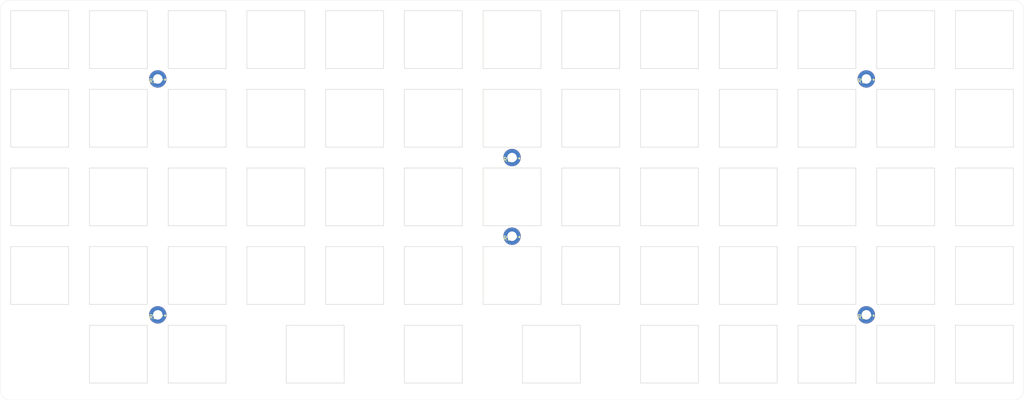
<source format=kicad_pcb>
(kicad_pcb (version 20171130) (host pcbnew "(5.1.10-1-10_14)")

  (general
    (thickness 1.6)
    (drawings 8)
    (tracks 0)
    (zones 0)
    (modules 70)
    (nets 1)
  )

  (page A4)
  (layers
    (0 F.Cu signal)
    (31 B.Cu signal)
    (32 B.Adhes user)
    (33 F.Adhes user)
    (34 B.Paste user)
    (35 F.Paste user)
    (36 B.SilkS user)
    (37 F.SilkS user)
    (38 B.Mask user)
    (39 F.Mask user)
    (40 Dwgs.User user)
    (41 Cmts.User user)
    (42 Eco1.User user)
    (43 Eco2.User user)
    (44 Edge.Cuts user)
    (45 Margin user)
    (46 B.CrtYd user)
    (47 F.CrtYd user)
    (48 B.Fab user)
    (49 F.Fab user)
  )

  (setup
    (last_trace_width 0.25)
    (trace_clearance 0.2)
    (zone_clearance 0.508)
    (zone_45_only no)
    (trace_min 0.2)
    (via_size 0.8)
    (via_drill 0.4)
    (via_min_size 0.4)
    (via_min_drill 0.3)
    (uvia_size 0.3)
    (uvia_drill 0.1)
    (uvias_allowed no)
    (uvia_min_size 0.2)
    (uvia_min_drill 0.1)
    (edge_width 0.05)
    (segment_width 0.2)
    (pcb_text_width 0.3)
    (pcb_text_size 1.5 1.5)
    (mod_edge_width 0.12)
    (mod_text_size 1 1)
    (mod_text_width 0.15)
    (pad_size 1.524 1.524)
    (pad_drill 0.762)
    (pad_to_mask_clearance 0)
    (aux_axis_origin 0 0)
    (visible_elements FFFFFF7F)
    (pcbplotparams
      (layerselection 0x010f0_ffffffff)
      (usegerberextensions true)
      (usegerberattributes false)
      (usegerberadvancedattributes false)
      (creategerberjobfile false)
      (excludeedgelayer true)
      (linewidth 0.100000)
      (plotframeref false)
      (viasonmask false)
      (mode 1)
      (useauxorigin false)
      (hpglpennumber 1)
      (hpglpenspeed 20)
      (hpglpendiameter 15.000000)
      (psnegative false)
      (psa4output false)
      (plotreference true)
      (plotvalue true)
      (plotinvisibletext false)
      (padsonsilk false)
      (subtractmaskfromsilk true)
      (outputformat 1)
      (mirror false)
      (drillshape 0)
      (scaleselection 1)
      (outputdirectory ""))
  )

  (net 0 "")

  (net_class Default "This is the default net class."
    (clearance 0.2)
    (trace_width 0.25)
    (via_dia 0.8)
    (via_drill 0.4)
    (uvia_dia 0.3)
    (uvia_drill 0.1)
  )

  (module kbd:SW_Hole (layer F.Cu) (tedit 5F1B7F65) (tstamp 61580E3B)
    (at 159.54375 171.45)
    (fp_text reference SW2 (at 7 8.1) (layer F.SilkS) hide
      (effects (font (size 1 1) (thickness 0.15)))
    )
    (fp_text value KEY_SWITCH (at -7.4 -8.1) (layer F.Fab) hide
      (effects (font (size 1 1) (thickness 0.15)))
    )
    (fp_line (start 9.525 9.525) (end 9.525 -9.525) (layer F.Fab) (width 0.15))
    (fp_line (start -9.525 9.525) (end 9.525 9.525) (layer F.Fab) (width 0.15))
    (fp_line (start -9.525 -9.525) (end -9.525 9.525) (layer F.Fab) (width 0.15))
    (fp_line (start 9.525 -9.525) (end -9.525 -9.525) (layer F.Fab) (width 0.15))
    (fp_line (start -7 -7) (end -7 7) (layer Edge.Cuts) (width 0.12))
    (fp_line (start -7 7) (end 7 7) (layer Edge.Cuts) (width 0.12))
    (fp_line (start 7 7) (end 7 -7) (layer Edge.Cuts) (width 0.12))
    (fp_line (start 7 -7) (end -7 -7) (layer Edge.Cuts) (width 0.12))
  )

  (module Keebio-Parts:MX_Stabilizer_Cutout-2u (layer F.Cu) (tedit 59618178) (tstamp 61580DCD)
    (at 159.54375 171.45)
    (fp_text reference REF** (at 0.25 10.05) (layer Eco2.User) hide
      (effects (font (size 1 1) (thickness 0.15)))
    )
    (fp_text value MX_Stabilizer_Cutout-2u (at 0 -15.24) (layer F.Fab) hide
      (effects (font (size 1 1) (thickness 0.15)))
    )
    (fp_line (start -19 -9.5) (end 19 -9.5) (layer Dwgs.User) (width 0.15))
    (fp_line (start -19 9.5) (end -19 -9.5) (layer Dwgs.User) (width 0.15))
    (fp_line (start 19 9.5) (end -19 9.5) (layer Dwgs.User) (width 0.15))
    (fp_line (start 19 -9.5) (end 19 9.5) (layer Dwgs.User) (width 0.15))
    (pad "" np_thru_hole oval (at 11.938 7.7724) (size 3.048 0.3048) (drill oval 3.048 0.3048) (layers *.Cu *.Mask))
    (pad "" np_thru_hole oval (at 11.938 -5.5372) (size 6.6548 0.3048) (drill oval 6.6548 0.3048) (layers *.Cu *.Mask))
    (pad "" np_thru_hole oval (at 8.763 0.4572) (size 0.3048 12.2936) (drill oval 0.3048 12.2936) (layers *.Cu *.Mask))
    (pad "" np_thru_hole oval (at 11.938 6.4516) (size 6.6548 0.3048) (drill oval 6.6548 0.3048) (layers *.Cu *.Mask))
    (pad "" np_thru_hole oval (at 15.113 0.4572) (size 0.3048 12.2936) (drill oval 0.3048 12.2936) (layers *.Cu *.Mask))
    (pad "" np_thru_hole oval (at 15.9766 -0.889) (size 0.3048 2.794) (drill oval 0.3048 2.794) (layers *.Cu *.Mask))
    (pad "" np_thru_hole oval (at 10.5664 7.112) (size 0.3048 1.4732) (drill oval 0.3048 1.4732) (layers *.Cu *.Mask))
    (pad "" np_thru_hole oval (at 15.5448 -2.1336) (size 1.1684 0.3048) (drill oval 1.1684 0.3048) (layers *.Cu *.Mask))
    (pad "" np_thru_hole oval (at 13.3096 7.112) (size 0.3048 1.4732) (drill oval 0.3048 1.4732) (layers *.Cu *.Mask))
    (pad "" np_thru_hole oval (at 15.5448 0.3556) (size 1.1684 0.3048) (drill oval 1.1684 0.3048) (layers *.Cu *.Mask))
    (pad "" np_thru_hole oval (at -11.938 -5.5372) (size 6.6548 0.3048) (drill oval 6.6548 0.3048) (layers *.Cu *.Mask))
    (pad "" np_thru_hole oval (at -15.5448 -2.1336) (size 1.1684 0.3048) (drill oval 1.1684 0.3048) (layers *.Cu *.Mask))
    (pad "" np_thru_hole oval (at -15.9766 -0.889) (size 0.3048 2.794) (drill oval 0.3048 2.794) (layers *.Cu *.Mask))
    (pad "" np_thru_hole oval (at -15.113 0.4572) (size 0.3048 12.2936) (drill oval 0.3048 12.2936) (layers *.Cu *.Mask))
    (pad "" np_thru_hole oval (at -8.763 0.4572) (size 0.3048 12.2936) (drill oval 0.3048 12.2936) (layers *.Cu *.Mask))
    (pad "" np_thru_hole oval (at -11.938 6.4516) (size 6.6548 0.3048) (drill oval 6.6548 0.3048) (layers *.Cu *.Mask))
    (pad "" np_thru_hole oval (at -15.5448 0.3556) (size 1.1684 0.3048) (drill oval 1.1684 0.3048) (layers *.Cu *.Mask))
    (pad "" np_thru_hole oval (at -13.3096 7.112) (size 0.3048 1.4732) (drill oval 0.3048 1.4732) (layers *.Cu *.Mask))
    (pad "" np_thru_hole oval (at -10.5664 7.112) (size 0.3048 1.4732) (drill oval 0.3048 1.4732) (layers *.Cu *.Mask))
    (pad "" np_thru_hole oval (at -11.938 7.7724) (size 3.048 0.3048) (drill oval 3.048 0.3048) (layers *.Cu *.Mask))
  )

  (module kbd:SW_Hole (layer F.Cu) (tedit 5F1B7F65) (tstamp 61580D52)
    (at 102.39375 171.45)
    (fp_text reference SW2 (at 7 8.1) (layer F.SilkS) hide
      (effects (font (size 1 1) (thickness 0.15)))
    )
    (fp_text value KEY_SWITCH (at -7.4 -8.1) (layer F.Fab) hide
      (effects (font (size 1 1) (thickness 0.15)))
    )
    (fp_line (start 9.525 9.525) (end 9.525 -9.525) (layer F.Fab) (width 0.15))
    (fp_line (start -9.525 9.525) (end 9.525 9.525) (layer F.Fab) (width 0.15))
    (fp_line (start -9.525 -9.525) (end -9.525 9.525) (layer F.Fab) (width 0.15))
    (fp_line (start 9.525 -9.525) (end -9.525 -9.525) (layer F.Fab) (width 0.15))
    (fp_line (start -7 -7) (end -7 7) (layer Edge.Cuts) (width 0.12))
    (fp_line (start -7 7) (end 7 7) (layer Edge.Cuts) (width 0.12))
    (fp_line (start 7 7) (end 7 -7) (layer Edge.Cuts) (width 0.12))
    (fp_line (start 7 -7) (end -7 -7) (layer Edge.Cuts) (width 0.12))
  )

  (module Keebio-Parts:MX_Stabilizer_Cutout-2u (layer F.Cu) (tedit 59618178) (tstamp 61580D41)
    (at 102.39375 171.45)
    (fp_text reference REF** (at 0.25 10.05) (layer Eco2.User) hide
      (effects (font (size 1 1) (thickness 0.15)))
    )
    (fp_text value MX_Stabilizer_Cutout-2u (at 0 -15.24) (layer F.Fab) hide
      (effects (font (size 1 1) (thickness 0.15)))
    )
    (fp_line (start -19 -9.5) (end 19 -9.5) (layer Dwgs.User) (width 0.15))
    (fp_line (start -19 9.5) (end -19 -9.5) (layer Dwgs.User) (width 0.15))
    (fp_line (start 19 9.5) (end -19 9.5) (layer Dwgs.User) (width 0.15))
    (fp_line (start 19 -9.5) (end 19 9.5) (layer Dwgs.User) (width 0.15))
    (pad "" np_thru_hole oval (at -11.938 7.7724) (size 3.048 0.3048) (drill oval 3.048 0.3048) (layers *.Cu *.Mask))
    (pad "" np_thru_hole oval (at -10.5664 7.112) (size 0.3048 1.4732) (drill oval 0.3048 1.4732) (layers *.Cu *.Mask))
    (pad "" np_thru_hole oval (at -13.3096 7.112) (size 0.3048 1.4732) (drill oval 0.3048 1.4732) (layers *.Cu *.Mask))
    (pad "" np_thru_hole oval (at -15.5448 0.3556) (size 1.1684 0.3048) (drill oval 1.1684 0.3048) (layers *.Cu *.Mask))
    (pad "" np_thru_hole oval (at -11.938 6.4516) (size 6.6548 0.3048) (drill oval 6.6548 0.3048) (layers *.Cu *.Mask))
    (pad "" np_thru_hole oval (at -8.763 0.4572) (size 0.3048 12.2936) (drill oval 0.3048 12.2936) (layers *.Cu *.Mask))
    (pad "" np_thru_hole oval (at -15.113 0.4572) (size 0.3048 12.2936) (drill oval 0.3048 12.2936) (layers *.Cu *.Mask))
    (pad "" np_thru_hole oval (at -15.9766 -0.889) (size 0.3048 2.794) (drill oval 0.3048 2.794) (layers *.Cu *.Mask))
    (pad "" np_thru_hole oval (at -15.5448 -2.1336) (size 1.1684 0.3048) (drill oval 1.1684 0.3048) (layers *.Cu *.Mask))
    (pad "" np_thru_hole oval (at -11.938 -5.5372) (size 6.6548 0.3048) (drill oval 6.6548 0.3048) (layers *.Cu *.Mask))
    (pad "" np_thru_hole oval (at 15.5448 0.3556) (size 1.1684 0.3048) (drill oval 1.1684 0.3048) (layers *.Cu *.Mask))
    (pad "" np_thru_hole oval (at 13.3096 7.112) (size 0.3048 1.4732) (drill oval 0.3048 1.4732) (layers *.Cu *.Mask))
    (pad "" np_thru_hole oval (at 15.5448 -2.1336) (size 1.1684 0.3048) (drill oval 1.1684 0.3048) (layers *.Cu *.Mask))
    (pad "" np_thru_hole oval (at 10.5664 7.112) (size 0.3048 1.4732) (drill oval 0.3048 1.4732) (layers *.Cu *.Mask))
    (pad "" np_thru_hole oval (at 15.9766 -0.889) (size 0.3048 2.794) (drill oval 0.3048 2.794) (layers *.Cu *.Mask))
    (pad "" np_thru_hole oval (at 15.113 0.4572) (size 0.3048 12.2936) (drill oval 0.3048 12.2936) (layers *.Cu *.Mask))
    (pad "" np_thru_hole oval (at 11.938 6.4516) (size 6.6548 0.3048) (drill oval 6.6548 0.3048) (layers *.Cu *.Mask))
    (pad "" np_thru_hole oval (at 8.763 0.4572) (size 0.3048 12.2936) (drill oval 0.3048 12.2936) (layers *.Cu *.Mask))
    (pad "" np_thru_hole oval (at 11.938 -5.5372) (size 6.6548 0.3048) (drill oval 6.6548 0.3048) (layers *.Cu *.Mask))
    (pad "" np_thru_hole oval (at 11.938 7.7724) (size 3.048 0.3048) (drill oval 3.048 0.3048) (layers *.Cu *.Mask))
  )

  (module kbd:M2_Hole_TH (layer F.Cu) (tedit 5F7666C1) (tstamp 61543166)
    (at 150.01875 142.875)
    (fp_text reference REF** (at 0 0.5) (layer F.SilkS)
      (effects (font (size 1 1) (thickness 0.15)))
    )
    (fp_text value M2_Hole_TH (at 0 -0.5) (layer F.Fab)
      (effects (font (size 1 1) (thickness 0.15)))
    )
    (pad "" thru_hole circle (at 0 0) (size 4.2 4.2) (drill 2.3) (layers *.Cu *.Mask))
  )

  (module kbd:M2_Hole_TH (layer F.Cu) (tedit 5F7666C1) (tstamp 61543131)
    (at 150.01875 123.825)
    (fp_text reference REF** (at 0 0.5) (layer F.SilkS)
      (effects (font (size 1 1) (thickness 0.15)))
    )
    (fp_text value M2_Hole_TH (at 0 -0.5) (layer F.Fab)
      (effects (font (size 1 1) (thickness 0.15)))
    )
    (pad "" thru_hole circle (at 0 0) (size 4.2 4.2) (drill 2.3) (layers *.Cu *.Mask))
  )

  (module kbd:M2_Hole_TH (layer F.Cu) (tedit 5F7666C1) (tstamp 61543110)
    (at 235.74375 104.775)
    (fp_text reference REF** (at 0 0.5) (layer F.SilkS)
      (effects (font (size 1 1) (thickness 0.15)))
    )
    (fp_text value M2_Hole_TH (at 0 -0.5) (layer F.Fab)
      (effects (font (size 1 1) (thickness 0.15)))
    )
    (pad "" thru_hole circle (at 0 0) (size 4.2 4.2) (drill 2.3) (layers *.Cu *.Mask))
  )

  (module kbd:M2_Hole_TH (layer F.Cu) (tedit 5F7666C1) (tstamp 615430EF)
    (at 235.74375 161.925)
    (fp_text reference REF** (at 0 0.5) (layer F.SilkS)
      (effects (font (size 1 1) (thickness 0.15)))
    )
    (fp_text value M2_Hole_TH (at 0 -0.5) (layer F.Fab)
      (effects (font (size 1 1) (thickness 0.15)))
    )
    (pad "" thru_hole circle (at 0 0) (size 4.2 4.2) (drill 2.3) (layers *.Cu *.Mask))
  )

  (module kbd:M2_Hole_TH (layer F.Cu) (tedit 5F7666C1) (tstamp 615430CE)
    (at 64.29375 161.925)
    (fp_text reference REF** (at 0 0.5) (layer F.SilkS)
      (effects (font (size 1 1) (thickness 0.15)))
    )
    (fp_text value M2_Hole_TH (at 0 -0.5) (layer F.Fab)
      (effects (font (size 1 1) (thickness 0.15)))
    )
    (pad "" thru_hole circle (at 0 0) (size 4.2 4.2) (drill 2.3) (layers *.Cu *.Mask))
  )

  (module kbd:M2_Hole_TH (layer F.Cu) (tedit 5F7666C1) (tstamp 61543082)
    (at 64.29375 104.775)
    (fp_text reference REF** (at 0 0.5) (layer F.SilkS)
      (effects (font (size 1 1) (thickness 0.15)))
    )
    (fp_text value M2_Hole_TH (at 0 -0.5) (layer F.Fab)
      (effects (font (size 1 1) (thickness 0.15)))
    )
    (pad "" thru_hole circle (at 0 0) (size 4.2 4.2) (drill 2.3) (layers *.Cu *.Mask))
  )

  (module kbd:SW_Hole (layer F.Cu) (tedit 5F1B7F65) (tstamp 6152F5D7)
    (at 207.16875 171.45)
    (fp_text reference SW2 (at 7 8.1) (layer F.SilkS) hide
      (effects (font (size 1 1) (thickness 0.15)))
    )
    (fp_text value KEY_SWITCH (at -7.4 -8.1) (layer F.Fab) hide
      (effects (font (size 1 1) (thickness 0.15)))
    )
    (fp_line (start 9.525 9.525) (end 9.525 -9.525) (layer F.Fab) (width 0.15))
    (fp_line (start -9.525 9.525) (end 9.525 9.525) (layer F.Fab) (width 0.15))
    (fp_line (start -9.525 -9.525) (end -9.525 9.525) (layer F.Fab) (width 0.15))
    (fp_line (start 9.525 -9.525) (end -9.525 -9.525) (layer F.Fab) (width 0.15))
    (fp_line (start -7 -7) (end -7 7) (layer Edge.Cuts) (width 0.12))
    (fp_line (start -7 7) (end 7 7) (layer Edge.Cuts) (width 0.12))
    (fp_line (start 7 7) (end 7 -7) (layer Edge.Cuts) (width 0.12))
    (fp_line (start 7 -7) (end -7 -7) (layer Edge.Cuts) (width 0.12))
  )

  (module kbd:SW_Hole (layer F.Cu) (tedit 5F1B7F65) (tstamp 6152F5CC)
    (at 264.31875 171.45)
    (fp_text reference SW2 (at 7 8.1) (layer F.SilkS) hide
      (effects (font (size 1 1) (thickness 0.15)))
    )
    (fp_text value KEY_SWITCH (at -7.4 -8.1) (layer F.Fab) hide
      (effects (font (size 1 1) (thickness 0.15)))
    )
    (fp_line (start 9.525 9.525) (end 9.525 -9.525) (layer F.Fab) (width 0.15))
    (fp_line (start -9.525 9.525) (end 9.525 9.525) (layer F.Fab) (width 0.15))
    (fp_line (start -9.525 -9.525) (end -9.525 9.525) (layer F.Fab) (width 0.15))
    (fp_line (start 9.525 -9.525) (end -9.525 -9.525) (layer F.Fab) (width 0.15))
    (fp_line (start -7 -7) (end -7 7) (layer Edge.Cuts) (width 0.12))
    (fp_line (start -7 7) (end 7 7) (layer Edge.Cuts) (width 0.12))
    (fp_line (start 7 7) (end 7 -7) (layer Edge.Cuts) (width 0.12))
    (fp_line (start 7 -7) (end -7 -7) (layer Edge.Cuts) (width 0.12))
  )

  (module kbd:SW_Hole (layer F.Cu) (tedit 5F1B7F65) (tstamp 6152F5C1)
    (at 226.21875 171.45)
    (fp_text reference SW2 (at 7 8.1) (layer F.SilkS) hide
      (effects (font (size 1 1) (thickness 0.15)))
    )
    (fp_text value KEY_SWITCH (at -7.4 -8.1) (layer F.Fab) hide
      (effects (font (size 1 1) (thickness 0.15)))
    )
    (fp_line (start 9.525 9.525) (end 9.525 -9.525) (layer F.Fab) (width 0.15))
    (fp_line (start -9.525 9.525) (end 9.525 9.525) (layer F.Fab) (width 0.15))
    (fp_line (start -9.525 -9.525) (end -9.525 9.525) (layer F.Fab) (width 0.15))
    (fp_line (start 9.525 -9.525) (end -9.525 -9.525) (layer F.Fab) (width 0.15))
    (fp_line (start -7 -7) (end -7 7) (layer Edge.Cuts) (width 0.12))
    (fp_line (start -7 7) (end 7 7) (layer Edge.Cuts) (width 0.12))
    (fp_line (start 7 7) (end 7 -7) (layer Edge.Cuts) (width 0.12))
    (fp_line (start 7 -7) (end -7 -7) (layer Edge.Cuts) (width 0.12))
  )

  (module kbd:SW_Hole (layer F.Cu) (tedit 5F1B7F65) (tstamp 6152F5B6)
    (at 245.26875 171.45)
    (fp_text reference SW2 (at 7 8.1) (layer F.SilkS) hide
      (effects (font (size 1 1) (thickness 0.15)))
    )
    (fp_text value KEY_SWITCH (at -7.4 -8.1) (layer F.Fab) hide
      (effects (font (size 1 1) (thickness 0.15)))
    )
    (fp_line (start 9.525 9.525) (end 9.525 -9.525) (layer F.Fab) (width 0.15))
    (fp_line (start -9.525 9.525) (end 9.525 9.525) (layer F.Fab) (width 0.15))
    (fp_line (start -9.525 -9.525) (end -9.525 9.525) (layer F.Fab) (width 0.15))
    (fp_line (start 9.525 -9.525) (end -9.525 -9.525) (layer F.Fab) (width 0.15))
    (fp_line (start -7 -7) (end -7 7) (layer Edge.Cuts) (width 0.12))
    (fp_line (start -7 7) (end 7 7) (layer Edge.Cuts) (width 0.12))
    (fp_line (start 7 7) (end 7 -7) (layer Edge.Cuts) (width 0.12))
    (fp_line (start 7 -7) (end -7 -7) (layer Edge.Cuts) (width 0.12))
  )

  (module kbd:SW_Hole (layer F.Cu) (tedit 5F1B7F65) (tstamp 6152F5A0)
    (at 73.81875 171.45)
    (fp_text reference SW2 (at 7 8.1) (layer F.SilkS) hide
      (effects (font (size 1 1) (thickness 0.15)))
    )
    (fp_text value KEY_SWITCH (at -7.4 -8.1) (layer F.Fab) hide
      (effects (font (size 1 1) (thickness 0.15)))
    )
    (fp_line (start 9.525 9.525) (end 9.525 -9.525) (layer F.Fab) (width 0.15))
    (fp_line (start -9.525 9.525) (end 9.525 9.525) (layer F.Fab) (width 0.15))
    (fp_line (start -9.525 -9.525) (end -9.525 9.525) (layer F.Fab) (width 0.15))
    (fp_line (start 9.525 -9.525) (end -9.525 -9.525) (layer F.Fab) (width 0.15))
    (fp_line (start -7 -7) (end -7 7) (layer Edge.Cuts) (width 0.12))
    (fp_line (start -7 7) (end 7 7) (layer Edge.Cuts) (width 0.12))
    (fp_line (start 7 7) (end 7 -7) (layer Edge.Cuts) (width 0.12))
    (fp_line (start 7 -7) (end -7 -7) (layer Edge.Cuts) (width 0.12))
  )

  (module kbd:SW_Hole (layer F.Cu) (tedit 5F1B7F65) (tstamp 6152F595)
    (at 130.96875 171.45)
    (fp_text reference SW2 (at 7 8.1) (layer F.SilkS) hide
      (effects (font (size 1 1) (thickness 0.15)))
    )
    (fp_text value KEY_SWITCH (at -7.4 -8.1) (layer F.Fab) hide
      (effects (font (size 1 1) (thickness 0.15)))
    )
    (fp_line (start 9.525 9.525) (end 9.525 -9.525) (layer F.Fab) (width 0.15))
    (fp_line (start -9.525 9.525) (end 9.525 9.525) (layer F.Fab) (width 0.15))
    (fp_line (start -9.525 -9.525) (end -9.525 9.525) (layer F.Fab) (width 0.15))
    (fp_line (start 9.525 -9.525) (end -9.525 -9.525) (layer F.Fab) (width 0.15))
    (fp_line (start -7 -7) (end -7 7) (layer Edge.Cuts) (width 0.12))
    (fp_line (start -7 7) (end 7 7) (layer Edge.Cuts) (width 0.12))
    (fp_line (start 7 7) (end 7 -7) (layer Edge.Cuts) (width 0.12))
    (fp_line (start 7 -7) (end -7 -7) (layer Edge.Cuts) (width 0.12))
  )

  (module kbd:SW_Hole (layer F.Cu) (tedit 5F1B7F65) (tstamp 6152F574)
    (at 188.11875 171.45)
    (fp_text reference SW2 (at 7 8.1) (layer F.SilkS) hide
      (effects (font (size 1 1) (thickness 0.15)))
    )
    (fp_text value KEY_SWITCH (at -7.4 -8.1) (layer F.Fab) hide
      (effects (font (size 1 1) (thickness 0.15)))
    )
    (fp_line (start 9.525 9.525) (end 9.525 -9.525) (layer F.Fab) (width 0.15))
    (fp_line (start -9.525 9.525) (end 9.525 9.525) (layer F.Fab) (width 0.15))
    (fp_line (start -9.525 -9.525) (end -9.525 9.525) (layer F.Fab) (width 0.15))
    (fp_line (start 9.525 -9.525) (end -9.525 -9.525) (layer F.Fab) (width 0.15))
    (fp_line (start -7 -7) (end -7 7) (layer Edge.Cuts) (width 0.12))
    (fp_line (start -7 7) (end 7 7) (layer Edge.Cuts) (width 0.12))
    (fp_line (start 7 7) (end 7 -7) (layer Edge.Cuts) (width 0.12))
    (fp_line (start 7 -7) (end -7 -7) (layer Edge.Cuts) (width 0.12))
  )

  (module kbd:SW_Hole (layer F.Cu) (tedit 5F1B7F65) (tstamp 6152F569)
    (at 54.76875 171.45)
    (fp_text reference SW2 (at 7 8.1) (layer F.SilkS) hide
      (effects (font (size 1 1) (thickness 0.15)))
    )
    (fp_text value KEY_SWITCH (at -7.4 -8.1) (layer F.Fab) hide
      (effects (font (size 1 1) (thickness 0.15)))
    )
    (fp_line (start 9.525 9.525) (end 9.525 -9.525) (layer F.Fab) (width 0.15))
    (fp_line (start -9.525 9.525) (end 9.525 9.525) (layer F.Fab) (width 0.15))
    (fp_line (start -9.525 -9.525) (end -9.525 9.525) (layer F.Fab) (width 0.15))
    (fp_line (start 9.525 -9.525) (end -9.525 -9.525) (layer F.Fab) (width 0.15))
    (fp_line (start -7 -7) (end -7 7) (layer Edge.Cuts) (width 0.12))
    (fp_line (start -7 7) (end 7 7) (layer Edge.Cuts) (width 0.12))
    (fp_line (start 7 7) (end 7 -7) (layer Edge.Cuts) (width 0.12))
    (fp_line (start 7 -7) (end -7 -7) (layer Edge.Cuts) (width 0.12))
  )

  (module kbd:SW_Hole (layer F.Cu) (tedit 5F1B7F65) (tstamp 6152F5ED)
    (at 92.86875 152.4)
    (fp_text reference SW2 (at 7 8.1) (layer F.SilkS) hide
      (effects (font (size 1 1) (thickness 0.15)))
    )
    (fp_text value KEY_SWITCH (at -7.4 -8.1) (layer F.Fab) hide
      (effects (font (size 1 1) (thickness 0.15)))
    )
    (fp_line (start 9.525 9.525) (end 9.525 -9.525) (layer F.Fab) (width 0.15))
    (fp_line (start -9.525 9.525) (end 9.525 9.525) (layer F.Fab) (width 0.15))
    (fp_line (start -9.525 -9.525) (end -9.525 9.525) (layer F.Fab) (width 0.15))
    (fp_line (start 9.525 -9.525) (end -9.525 -9.525) (layer F.Fab) (width 0.15))
    (fp_line (start -7 -7) (end -7 7) (layer Edge.Cuts) (width 0.12))
    (fp_line (start -7 7) (end 7 7) (layer Edge.Cuts) (width 0.12))
    (fp_line (start 7 7) (end 7 -7) (layer Edge.Cuts) (width 0.12))
    (fp_line (start 7 -7) (end -7 -7) (layer Edge.Cuts) (width 0.12))
  )

  (module kbd:SW_Hole (layer F.Cu) (tedit 5F1B7F65) (tstamp 6152F5E2)
    (at 35.71875 152.4)
    (fp_text reference SW2 (at 7 8.1) (layer F.SilkS) hide
      (effects (font (size 1 1) (thickness 0.15)))
    )
    (fp_text value KEY_SWITCH (at -7.4 -8.1) (layer F.Fab) hide
      (effects (font (size 1 1) (thickness 0.15)))
    )
    (fp_line (start 9.525 9.525) (end 9.525 -9.525) (layer F.Fab) (width 0.15))
    (fp_line (start -9.525 9.525) (end 9.525 9.525) (layer F.Fab) (width 0.15))
    (fp_line (start -9.525 -9.525) (end -9.525 9.525) (layer F.Fab) (width 0.15))
    (fp_line (start 9.525 -9.525) (end -9.525 -9.525) (layer F.Fab) (width 0.15))
    (fp_line (start -7 -7) (end -7 7) (layer Edge.Cuts) (width 0.12))
    (fp_line (start -7 7) (end 7 7) (layer Edge.Cuts) (width 0.12))
    (fp_line (start 7 7) (end 7 -7) (layer Edge.Cuts) (width 0.12))
    (fp_line (start 7 -7) (end -7 -7) (layer Edge.Cuts) (width 0.12))
  )

  (module kbd:SW_Hole (layer F.Cu) (tedit 5F1B7F65) (tstamp 6152F5D7)
    (at 207.16875 152.4)
    (fp_text reference SW2 (at 7 8.1) (layer F.SilkS) hide
      (effects (font (size 1 1) (thickness 0.15)))
    )
    (fp_text value KEY_SWITCH (at -7.4 -8.1) (layer F.Fab) hide
      (effects (font (size 1 1) (thickness 0.15)))
    )
    (fp_line (start 9.525 9.525) (end 9.525 -9.525) (layer F.Fab) (width 0.15))
    (fp_line (start -9.525 9.525) (end 9.525 9.525) (layer F.Fab) (width 0.15))
    (fp_line (start -9.525 -9.525) (end -9.525 9.525) (layer F.Fab) (width 0.15))
    (fp_line (start 9.525 -9.525) (end -9.525 -9.525) (layer F.Fab) (width 0.15))
    (fp_line (start -7 -7) (end -7 7) (layer Edge.Cuts) (width 0.12))
    (fp_line (start -7 7) (end 7 7) (layer Edge.Cuts) (width 0.12))
    (fp_line (start 7 7) (end 7 -7) (layer Edge.Cuts) (width 0.12))
    (fp_line (start 7 -7) (end -7 -7) (layer Edge.Cuts) (width 0.12))
  )

  (module kbd:SW_Hole (layer F.Cu) (tedit 5F1B7F65) (tstamp 6152F5CC)
    (at 264.31875 152.4)
    (fp_text reference SW2 (at 7 8.1) (layer F.SilkS) hide
      (effects (font (size 1 1) (thickness 0.15)))
    )
    (fp_text value KEY_SWITCH (at -7.4 -8.1) (layer F.Fab) hide
      (effects (font (size 1 1) (thickness 0.15)))
    )
    (fp_line (start 9.525 9.525) (end 9.525 -9.525) (layer F.Fab) (width 0.15))
    (fp_line (start -9.525 9.525) (end 9.525 9.525) (layer F.Fab) (width 0.15))
    (fp_line (start -9.525 -9.525) (end -9.525 9.525) (layer F.Fab) (width 0.15))
    (fp_line (start 9.525 -9.525) (end -9.525 -9.525) (layer F.Fab) (width 0.15))
    (fp_line (start -7 -7) (end -7 7) (layer Edge.Cuts) (width 0.12))
    (fp_line (start -7 7) (end 7 7) (layer Edge.Cuts) (width 0.12))
    (fp_line (start 7 7) (end 7 -7) (layer Edge.Cuts) (width 0.12))
    (fp_line (start 7 -7) (end -7 -7) (layer Edge.Cuts) (width 0.12))
  )

  (module kbd:SW_Hole (layer F.Cu) (tedit 5F1B7F65) (tstamp 6152F5C1)
    (at 226.21875 152.4)
    (fp_text reference SW2 (at 7 8.1) (layer F.SilkS) hide
      (effects (font (size 1 1) (thickness 0.15)))
    )
    (fp_text value KEY_SWITCH (at -7.4 -8.1) (layer F.Fab) hide
      (effects (font (size 1 1) (thickness 0.15)))
    )
    (fp_line (start 9.525 9.525) (end 9.525 -9.525) (layer F.Fab) (width 0.15))
    (fp_line (start -9.525 9.525) (end 9.525 9.525) (layer F.Fab) (width 0.15))
    (fp_line (start -9.525 -9.525) (end -9.525 9.525) (layer F.Fab) (width 0.15))
    (fp_line (start 9.525 -9.525) (end -9.525 -9.525) (layer F.Fab) (width 0.15))
    (fp_line (start -7 -7) (end -7 7) (layer Edge.Cuts) (width 0.12))
    (fp_line (start -7 7) (end 7 7) (layer Edge.Cuts) (width 0.12))
    (fp_line (start 7 7) (end 7 -7) (layer Edge.Cuts) (width 0.12))
    (fp_line (start 7 -7) (end -7 -7) (layer Edge.Cuts) (width 0.12))
  )

  (module kbd:SW_Hole (layer F.Cu) (tedit 5F1B7F65) (tstamp 6152F5B6)
    (at 245.26875 152.4)
    (fp_text reference SW2 (at 7 8.1) (layer F.SilkS) hide
      (effects (font (size 1 1) (thickness 0.15)))
    )
    (fp_text value KEY_SWITCH (at -7.4 -8.1) (layer F.Fab) hide
      (effects (font (size 1 1) (thickness 0.15)))
    )
    (fp_line (start 9.525 9.525) (end 9.525 -9.525) (layer F.Fab) (width 0.15))
    (fp_line (start -9.525 9.525) (end 9.525 9.525) (layer F.Fab) (width 0.15))
    (fp_line (start -9.525 -9.525) (end -9.525 9.525) (layer F.Fab) (width 0.15))
    (fp_line (start 9.525 -9.525) (end -9.525 -9.525) (layer F.Fab) (width 0.15))
    (fp_line (start -7 -7) (end -7 7) (layer Edge.Cuts) (width 0.12))
    (fp_line (start -7 7) (end 7 7) (layer Edge.Cuts) (width 0.12))
    (fp_line (start 7 7) (end 7 -7) (layer Edge.Cuts) (width 0.12))
    (fp_line (start 7 -7) (end -7 -7) (layer Edge.Cuts) (width 0.12))
  )

  (module kbd:SW_Hole (layer F.Cu) (tedit 5F1B7F65) (tstamp 6152F5AB)
    (at 111.91875 152.4)
    (fp_text reference SW2 (at 7 8.1) (layer F.SilkS) hide
      (effects (font (size 1 1) (thickness 0.15)))
    )
    (fp_text value KEY_SWITCH (at -7.4 -8.1) (layer F.Fab) hide
      (effects (font (size 1 1) (thickness 0.15)))
    )
    (fp_line (start 9.525 9.525) (end 9.525 -9.525) (layer F.Fab) (width 0.15))
    (fp_line (start -9.525 9.525) (end 9.525 9.525) (layer F.Fab) (width 0.15))
    (fp_line (start -9.525 -9.525) (end -9.525 9.525) (layer F.Fab) (width 0.15))
    (fp_line (start 9.525 -9.525) (end -9.525 -9.525) (layer F.Fab) (width 0.15))
    (fp_line (start -7 -7) (end -7 7) (layer Edge.Cuts) (width 0.12))
    (fp_line (start -7 7) (end 7 7) (layer Edge.Cuts) (width 0.12))
    (fp_line (start 7 7) (end 7 -7) (layer Edge.Cuts) (width 0.12))
    (fp_line (start 7 -7) (end -7 -7) (layer Edge.Cuts) (width 0.12))
  )

  (module kbd:SW_Hole (layer F.Cu) (tedit 5F1B7F65) (tstamp 6152F5A0)
    (at 73.81875 152.4)
    (fp_text reference SW2 (at 7 8.1) (layer F.SilkS) hide
      (effects (font (size 1 1) (thickness 0.15)))
    )
    (fp_text value KEY_SWITCH (at -7.4 -8.1) (layer F.Fab) hide
      (effects (font (size 1 1) (thickness 0.15)))
    )
    (fp_line (start 9.525 9.525) (end 9.525 -9.525) (layer F.Fab) (width 0.15))
    (fp_line (start -9.525 9.525) (end 9.525 9.525) (layer F.Fab) (width 0.15))
    (fp_line (start -9.525 -9.525) (end -9.525 9.525) (layer F.Fab) (width 0.15))
    (fp_line (start 9.525 -9.525) (end -9.525 -9.525) (layer F.Fab) (width 0.15))
    (fp_line (start -7 -7) (end -7 7) (layer Edge.Cuts) (width 0.12))
    (fp_line (start -7 7) (end 7 7) (layer Edge.Cuts) (width 0.12))
    (fp_line (start 7 7) (end 7 -7) (layer Edge.Cuts) (width 0.12))
    (fp_line (start 7 -7) (end -7 -7) (layer Edge.Cuts) (width 0.12))
  )

  (module kbd:SW_Hole (layer F.Cu) (tedit 5F1B7F65) (tstamp 6152F595)
    (at 130.96875 152.4)
    (fp_text reference SW2 (at 7 8.1) (layer F.SilkS) hide
      (effects (font (size 1 1) (thickness 0.15)))
    )
    (fp_text value KEY_SWITCH (at -7.4 -8.1) (layer F.Fab) hide
      (effects (font (size 1 1) (thickness 0.15)))
    )
    (fp_line (start 9.525 9.525) (end 9.525 -9.525) (layer F.Fab) (width 0.15))
    (fp_line (start -9.525 9.525) (end 9.525 9.525) (layer F.Fab) (width 0.15))
    (fp_line (start -9.525 -9.525) (end -9.525 9.525) (layer F.Fab) (width 0.15))
    (fp_line (start 9.525 -9.525) (end -9.525 -9.525) (layer F.Fab) (width 0.15))
    (fp_line (start -7 -7) (end -7 7) (layer Edge.Cuts) (width 0.12))
    (fp_line (start -7 7) (end 7 7) (layer Edge.Cuts) (width 0.12))
    (fp_line (start 7 7) (end 7 -7) (layer Edge.Cuts) (width 0.12))
    (fp_line (start 7 -7) (end -7 -7) (layer Edge.Cuts) (width 0.12))
  )

  (module kbd:SW_Hole (layer F.Cu) (tedit 5F1B7F65) (tstamp 6152F58A)
    (at 150.01875 152.4)
    (fp_text reference SW2 (at 7 8.1) (layer F.SilkS) hide
      (effects (font (size 1 1) (thickness 0.15)))
    )
    (fp_text value KEY_SWITCH (at -7.4 -8.1) (layer F.Fab) hide
      (effects (font (size 1 1) (thickness 0.15)))
    )
    (fp_line (start 9.525 9.525) (end 9.525 -9.525) (layer F.Fab) (width 0.15))
    (fp_line (start -9.525 9.525) (end 9.525 9.525) (layer F.Fab) (width 0.15))
    (fp_line (start -9.525 -9.525) (end -9.525 9.525) (layer F.Fab) (width 0.15))
    (fp_line (start 9.525 -9.525) (end -9.525 -9.525) (layer F.Fab) (width 0.15))
    (fp_line (start -7 -7) (end -7 7) (layer Edge.Cuts) (width 0.12))
    (fp_line (start -7 7) (end 7 7) (layer Edge.Cuts) (width 0.12))
    (fp_line (start 7 7) (end 7 -7) (layer Edge.Cuts) (width 0.12))
    (fp_line (start 7 -7) (end -7 -7) (layer Edge.Cuts) (width 0.12))
  )

  (module kbd:SW_Hole (layer F.Cu) (tedit 5F1B7F65) (tstamp 6152F57F)
    (at 169.06875 152.4)
    (fp_text reference SW2 (at 7 8.1) (layer F.SilkS) hide
      (effects (font (size 1 1) (thickness 0.15)))
    )
    (fp_text value KEY_SWITCH (at -7.4 -8.1) (layer F.Fab) hide
      (effects (font (size 1 1) (thickness 0.15)))
    )
    (fp_line (start 9.525 9.525) (end 9.525 -9.525) (layer F.Fab) (width 0.15))
    (fp_line (start -9.525 9.525) (end 9.525 9.525) (layer F.Fab) (width 0.15))
    (fp_line (start -9.525 -9.525) (end -9.525 9.525) (layer F.Fab) (width 0.15))
    (fp_line (start 9.525 -9.525) (end -9.525 -9.525) (layer F.Fab) (width 0.15))
    (fp_line (start -7 -7) (end -7 7) (layer Edge.Cuts) (width 0.12))
    (fp_line (start -7 7) (end 7 7) (layer Edge.Cuts) (width 0.12))
    (fp_line (start 7 7) (end 7 -7) (layer Edge.Cuts) (width 0.12))
    (fp_line (start 7 -7) (end -7 -7) (layer Edge.Cuts) (width 0.12))
  )

  (module kbd:SW_Hole (layer F.Cu) (tedit 5F1B7F65) (tstamp 6152F574)
    (at 188.11875 152.4)
    (fp_text reference SW2 (at 7 8.1) (layer F.SilkS) hide
      (effects (font (size 1 1) (thickness 0.15)))
    )
    (fp_text value KEY_SWITCH (at -7.4 -8.1) (layer F.Fab) hide
      (effects (font (size 1 1) (thickness 0.15)))
    )
    (fp_line (start 9.525 9.525) (end 9.525 -9.525) (layer F.Fab) (width 0.15))
    (fp_line (start -9.525 9.525) (end 9.525 9.525) (layer F.Fab) (width 0.15))
    (fp_line (start -9.525 -9.525) (end -9.525 9.525) (layer F.Fab) (width 0.15))
    (fp_line (start 9.525 -9.525) (end -9.525 -9.525) (layer F.Fab) (width 0.15))
    (fp_line (start -7 -7) (end -7 7) (layer Edge.Cuts) (width 0.12))
    (fp_line (start -7 7) (end 7 7) (layer Edge.Cuts) (width 0.12))
    (fp_line (start 7 7) (end 7 -7) (layer Edge.Cuts) (width 0.12))
    (fp_line (start 7 -7) (end -7 -7) (layer Edge.Cuts) (width 0.12))
  )

  (module kbd:SW_Hole (layer F.Cu) (tedit 5F1B7F65) (tstamp 6152F569)
    (at 54.76875 152.4)
    (fp_text reference SW2 (at 7 8.1) (layer F.SilkS) hide
      (effects (font (size 1 1) (thickness 0.15)))
    )
    (fp_text value KEY_SWITCH (at -7.4 -8.1) (layer F.Fab) hide
      (effects (font (size 1 1) (thickness 0.15)))
    )
    (fp_line (start 9.525 9.525) (end 9.525 -9.525) (layer F.Fab) (width 0.15))
    (fp_line (start -9.525 9.525) (end 9.525 9.525) (layer F.Fab) (width 0.15))
    (fp_line (start -9.525 -9.525) (end -9.525 9.525) (layer F.Fab) (width 0.15))
    (fp_line (start 9.525 -9.525) (end -9.525 -9.525) (layer F.Fab) (width 0.15))
    (fp_line (start -7 -7) (end -7 7) (layer Edge.Cuts) (width 0.12))
    (fp_line (start -7 7) (end 7 7) (layer Edge.Cuts) (width 0.12))
    (fp_line (start 7 7) (end 7 -7) (layer Edge.Cuts) (width 0.12))
    (fp_line (start 7 -7) (end -7 -7) (layer Edge.Cuts) (width 0.12))
  )

  (module kbd:SW_Hole (layer F.Cu) (tedit 5F1B7F65) (tstamp 6152F5ED)
    (at 92.86875 133.35)
    (fp_text reference SW2 (at 7 8.1) (layer F.SilkS) hide
      (effects (font (size 1 1) (thickness 0.15)))
    )
    (fp_text value KEY_SWITCH (at -7.4 -8.1) (layer F.Fab) hide
      (effects (font (size 1 1) (thickness 0.15)))
    )
    (fp_line (start 9.525 9.525) (end 9.525 -9.525) (layer F.Fab) (width 0.15))
    (fp_line (start -9.525 9.525) (end 9.525 9.525) (layer F.Fab) (width 0.15))
    (fp_line (start -9.525 -9.525) (end -9.525 9.525) (layer F.Fab) (width 0.15))
    (fp_line (start 9.525 -9.525) (end -9.525 -9.525) (layer F.Fab) (width 0.15))
    (fp_line (start -7 -7) (end -7 7) (layer Edge.Cuts) (width 0.12))
    (fp_line (start -7 7) (end 7 7) (layer Edge.Cuts) (width 0.12))
    (fp_line (start 7 7) (end 7 -7) (layer Edge.Cuts) (width 0.12))
    (fp_line (start 7 -7) (end -7 -7) (layer Edge.Cuts) (width 0.12))
  )

  (module kbd:SW_Hole (layer F.Cu) (tedit 5F1B7F65) (tstamp 6152F5E2)
    (at 35.71875 133.35)
    (fp_text reference SW2 (at 7 8.1) (layer F.SilkS) hide
      (effects (font (size 1 1) (thickness 0.15)))
    )
    (fp_text value KEY_SWITCH (at -7.4 -8.1) (layer F.Fab) hide
      (effects (font (size 1 1) (thickness 0.15)))
    )
    (fp_line (start 9.525 9.525) (end 9.525 -9.525) (layer F.Fab) (width 0.15))
    (fp_line (start -9.525 9.525) (end 9.525 9.525) (layer F.Fab) (width 0.15))
    (fp_line (start -9.525 -9.525) (end -9.525 9.525) (layer F.Fab) (width 0.15))
    (fp_line (start 9.525 -9.525) (end -9.525 -9.525) (layer F.Fab) (width 0.15))
    (fp_line (start -7 -7) (end -7 7) (layer Edge.Cuts) (width 0.12))
    (fp_line (start -7 7) (end 7 7) (layer Edge.Cuts) (width 0.12))
    (fp_line (start 7 7) (end 7 -7) (layer Edge.Cuts) (width 0.12))
    (fp_line (start 7 -7) (end -7 -7) (layer Edge.Cuts) (width 0.12))
  )

  (module kbd:SW_Hole (layer F.Cu) (tedit 5F1B7F65) (tstamp 6152F5D7)
    (at 207.16875 133.35)
    (fp_text reference SW2 (at 7 8.1) (layer F.SilkS) hide
      (effects (font (size 1 1) (thickness 0.15)))
    )
    (fp_text value KEY_SWITCH (at -7.4 -8.1) (layer F.Fab) hide
      (effects (font (size 1 1) (thickness 0.15)))
    )
    (fp_line (start 9.525 9.525) (end 9.525 -9.525) (layer F.Fab) (width 0.15))
    (fp_line (start -9.525 9.525) (end 9.525 9.525) (layer F.Fab) (width 0.15))
    (fp_line (start -9.525 -9.525) (end -9.525 9.525) (layer F.Fab) (width 0.15))
    (fp_line (start 9.525 -9.525) (end -9.525 -9.525) (layer F.Fab) (width 0.15))
    (fp_line (start -7 -7) (end -7 7) (layer Edge.Cuts) (width 0.12))
    (fp_line (start -7 7) (end 7 7) (layer Edge.Cuts) (width 0.12))
    (fp_line (start 7 7) (end 7 -7) (layer Edge.Cuts) (width 0.12))
    (fp_line (start 7 -7) (end -7 -7) (layer Edge.Cuts) (width 0.12))
  )

  (module kbd:SW_Hole (layer F.Cu) (tedit 5F1B7F65) (tstamp 6152F5CC)
    (at 264.31875 133.35)
    (fp_text reference SW2 (at 7 8.1) (layer F.SilkS) hide
      (effects (font (size 1 1) (thickness 0.15)))
    )
    (fp_text value KEY_SWITCH (at -7.4 -8.1) (layer F.Fab) hide
      (effects (font (size 1 1) (thickness 0.15)))
    )
    (fp_line (start 9.525 9.525) (end 9.525 -9.525) (layer F.Fab) (width 0.15))
    (fp_line (start -9.525 9.525) (end 9.525 9.525) (layer F.Fab) (width 0.15))
    (fp_line (start -9.525 -9.525) (end -9.525 9.525) (layer F.Fab) (width 0.15))
    (fp_line (start 9.525 -9.525) (end -9.525 -9.525) (layer F.Fab) (width 0.15))
    (fp_line (start -7 -7) (end -7 7) (layer Edge.Cuts) (width 0.12))
    (fp_line (start -7 7) (end 7 7) (layer Edge.Cuts) (width 0.12))
    (fp_line (start 7 7) (end 7 -7) (layer Edge.Cuts) (width 0.12))
    (fp_line (start 7 -7) (end -7 -7) (layer Edge.Cuts) (width 0.12))
  )

  (module kbd:SW_Hole (layer F.Cu) (tedit 5F1B7F65) (tstamp 6152F5C1)
    (at 226.21875 133.35)
    (fp_text reference SW2 (at 7 8.1) (layer F.SilkS) hide
      (effects (font (size 1 1) (thickness 0.15)))
    )
    (fp_text value KEY_SWITCH (at -7.4 -8.1) (layer F.Fab) hide
      (effects (font (size 1 1) (thickness 0.15)))
    )
    (fp_line (start 9.525 9.525) (end 9.525 -9.525) (layer F.Fab) (width 0.15))
    (fp_line (start -9.525 9.525) (end 9.525 9.525) (layer F.Fab) (width 0.15))
    (fp_line (start -9.525 -9.525) (end -9.525 9.525) (layer F.Fab) (width 0.15))
    (fp_line (start 9.525 -9.525) (end -9.525 -9.525) (layer F.Fab) (width 0.15))
    (fp_line (start -7 -7) (end -7 7) (layer Edge.Cuts) (width 0.12))
    (fp_line (start -7 7) (end 7 7) (layer Edge.Cuts) (width 0.12))
    (fp_line (start 7 7) (end 7 -7) (layer Edge.Cuts) (width 0.12))
    (fp_line (start 7 -7) (end -7 -7) (layer Edge.Cuts) (width 0.12))
  )

  (module kbd:SW_Hole (layer F.Cu) (tedit 5F1B7F65) (tstamp 6152F5B6)
    (at 245.26875 133.35)
    (fp_text reference SW2 (at 7 8.1) (layer F.SilkS) hide
      (effects (font (size 1 1) (thickness 0.15)))
    )
    (fp_text value KEY_SWITCH (at -7.4 -8.1) (layer F.Fab) hide
      (effects (font (size 1 1) (thickness 0.15)))
    )
    (fp_line (start 9.525 9.525) (end 9.525 -9.525) (layer F.Fab) (width 0.15))
    (fp_line (start -9.525 9.525) (end 9.525 9.525) (layer F.Fab) (width 0.15))
    (fp_line (start -9.525 -9.525) (end -9.525 9.525) (layer F.Fab) (width 0.15))
    (fp_line (start 9.525 -9.525) (end -9.525 -9.525) (layer F.Fab) (width 0.15))
    (fp_line (start -7 -7) (end -7 7) (layer Edge.Cuts) (width 0.12))
    (fp_line (start -7 7) (end 7 7) (layer Edge.Cuts) (width 0.12))
    (fp_line (start 7 7) (end 7 -7) (layer Edge.Cuts) (width 0.12))
    (fp_line (start 7 -7) (end -7 -7) (layer Edge.Cuts) (width 0.12))
  )

  (module kbd:SW_Hole (layer F.Cu) (tedit 5F1B7F65) (tstamp 6152F5AB)
    (at 111.91875 133.35)
    (fp_text reference SW2 (at 7 8.1) (layer F.SilkS) hide
      (effects (font (size 1 1) (thickness 0.15)))
    )
    (fp_text value KEY_SWITCH (at -7.4 -8.1) (layer F.Fab) hide
      (effects (font (size 1 1) (thickness 0.15)))
    )
    (fp_line (start 9.525 9.525) (end 9.525 -9.525) (layer F.Fab) (width 0.15))
    (fp_line (start -9.525 9.525) (end 9.525 9.525) (layer F.Fab) (width 0.15))
    (fp_line (start -9.525 -9.525) (end -9.525 9.525) (layer F.Fab) (width 0.15))
    (fp_line (start 9.525 -9.525) (end -9.525 -9.525) (layer F.Fab) (width 0.15))
    (fp_line (start -7 -7) (end -7 7) (layer Edge.Cuts) (width 0.12))
    (fp_line (start -7 7) (end 7 7) (layer Edge.Cuts) (width 0.12))
    (fp_line (start 7 7) (end 7 -7) (layer Edge.Cuts) (width 0.12))
    (fp_line (start 7 -7) (end -7 -7) (layer Edge.Cuts) (width 0.12))
  )

  (module kbd:SW_Hole (layer F.Cu) (tedit 5F1B7F65) (tstamp 6152F5A0)
    (at 73.81875 133.35)
    (fp_text reference SW2 (at 7 8.1) (layer F.SilkS) hide
      (effects (font (size 1 1) (thickness 0.15)))
    )
    (fp_text value KEY_SWITCH (at -7.4 -8.1) (layer F.Fab) hide
      (effects (font (size 1 1) (thickness 0.15)))
    )
    (fp_line (start 9.525 9.525) (end 9.525 -9.525) (layer F.Fab) (width 0.15))
    (fp_line (start -9.525 9.525) (end 9.525 9.525) (layer F.Fab) (width 0.15))
    (fp_line (start -9.525 -9.525) (end -9.525 9.525) (layer F.Fab) (width 0.15))
    (fp_line (start 9.525 -9.525) (end -9.525 -9.525) (layer F.Fab) (width 0.15))
    (fp_line (start -7 -7) (end -7 7) (layer Edge.Cuts) (width 0.12))
    (fp_line (start -7 7) (end 7 7) (layer Edge.Cuts) (width 0.12))
    (fp_line (start 7 7) (end 7 -7) (layer Edge.Cuts) (width 0.12))
    (fp_line (start 7 -7) (end -7 -7) (layer Edge.Cuts) (width 0.12))
  )

  (module kbd:SW_Hole (layer F.Cu) (tedit 5F1B7F65) (tstamp 6152F595)
    (at 130.96875 133.35)
    (fp_text reference SW2 (at 7 8.1) (layer F.SilkS) hide
      (effects (font (size 1 1) (thickness 0.15)))
    )
    (fp_text value KEY_SWITCH (at -7.4 -8.1) (layer F.Fab) hide
      (effects (font (size 1 1) (thickness 0.15)))
    )
    (fp_line (start 9.525 9.525) (end 9.525 -9.525) (layer F.Fab) (width 0.15))
    (fp_line (start -9.525 9.525) (end 9.525 9.525) (layer F.Fab) (width 0.15))
    (fp_line (start -9.525 -9.525) (end -9.525 9.525) (layer F.Fab) (width 0.15))
    (fp_line (start 9.525 -9.525) (end -9.525 -9.525) (layer F.Fab) (width 0.15))
    (fp_line (start -7 -7) (end -7 7) (layer Edge.Cuts) (width 0.12))
    (fp_line (start -7 7) (end 7 7) (layer Edge.Cuts) (width 0.12))
    (fp_line (start 7 7) (end 7 -7) (layer Edge.Cuts) (width 0.12))
    (fp_line (start 7 -7) (end -7 -7) (layer Edge.Cuts) (width 0.12))
  )

  (module kbd:SW_Hole (layer F.Cu) (tedit 5F1B7F65) (tstamp 6152F58A)
    (at 150.01875 133.35)
    (fp_text reference SW2 (at 7 8.1) (layer F.SilkS) hide
      (effects (font (size 1 1) (thickness 0.15)))
    )
    (fp_text value KEY_SWITCH (at -7.4 -8.1) (layer F.Fab) hide
      (effects (font (size 1 1) (thickness 0.15)))
    )
    (fp_line (start 9.525 9.525) (end 9.525 -9.525) (layer F.Fab) (width 0.15))
    (fp_line (start -9.525 9.525) (end 9.525 9.525) (layer F.Fab) (width 0.15))
    (fp_line (start -9.525 -9.525) (end -9.525 9.525) (layer F.Fab) (width 0.15))
    (fp_line (start 9.525 -9.525) (end -9.525 -9.525) (layer F.Fab) (width 0.15))
    (fp_line (start -7 -7) (end -7 7) (layer Edge.Cuts) (width 0.12))
    (fp_line (start -7 7) (end 7 7) (layer Edge.Cuts) (width 0.12))
    (fp_line (start 7 7) (end 7 -7) (layer Edge.Cuts) (width 0.12))
    (fp_line (start 7 -7) (end -7 -7) (layer Edge.Cuts) (width 0.12))
  )

  (module kbd:SW_Hole (layer F.Cu) (tedit 5F1B7F65) (tstamp 6152F57F)
    (at 169.06875 133.35)
    (fp_text reference SW2 (at 7 8.1) (layer F.SilkS) hide
      (effects (font (size 1 1) (thickness 0.15)))
    )
    (fp_text value KEY_SWITCH (at -7.4 -8.1) (layer F.Fab) hide
      (effects (font (size 1 1) (thickness 0.15)))
    )
    (fp_line (start 9.525 9.525) (end 9.525 -9.525) (layer F.Fab) (width 0.15))
    (fp_line (start -9.525 9.525) (end 9.525 9.525) (layer F.Fab) (width 0.15))
    (fp_line (start -9.525 -9.525) (end -9.525 9.525) (layer F.Fab) (width 0.15))
    (fp_line (start 9.525 -9.525) (end -9.525 -9.525) (layer F.Fab) (width 0.15))
    (fp_line (start -7 -7) (end -7 7) (layer Edge.Cuts) (width 0.12))
    (fp_line (start -7 7) (end 7 7) (layer Edge.Cuts) (width 0.12))
    (fp_line (start 7 7) (end 7 -7) (layer Edge.Cuts) (width 0.12))
    (fp_line (start 7 -7) (end -7 -7) (layer Edge.Cuts) (width 0.12))
  )

  (module kbd:SW_Hole (layer F.Cu) (tedit 5F1B7F65) (tstamp 6152F574)
    (at 188.11875 133.35)
    (fp_text reference SW2 (at 7 8.1) (layer F.SilkS) hide
      (effects (font (size 1 1) (thickness 0.15)))
    )
    (fp_text value KEY_SWITCH (at -7.4 -8.1) (layer F.Fab) hide
      (effects (font (size 1 1) (thickness 0.15)))
    )
    (fp_line (start 9.525 9.525) (end 9.525 -9.525) (layer F.Fab) (width 0.15))
    (fp_line (start -9.525 9.525) (end 9.525 9.525) (layer F.Fab) (width 0.15))
    (fp_line (start -9.525 -9.525) (end -9.525 9.525) (layer F.Fab) (width 0.15))
    (fp_line (start 9.525 -9.525) (end -9.525 -9.525) (layer F.Fab) (width 0.15))
    (fp_line (start -7 -7) (end -7 7) (layer Edge.Cuts) (width 0.12))
    (fp_line (start -7 7) (end 7 7) (layer Edge.Cuts) (width 0.12))
    (fp_line (start 7 7) (end 7 -7) (layer Edge.Cuts) (width 0.12))
    (fp_line (start 7 -7) (end -7 -7) (layer Edge.Cuts) (width 0.12))
  )

  (module kbd:SW_Hole (layer F.Cu) (tedit 5F1B7F65) (tstamp 6152F569)
    (at 54.76875 133.35)
    (fp_text reference SW2 (at 7 8.1) (layer F.SilkS) hide
      (effects (font (size 1 1) (thickness 0.15)))
    )
    (fp_text value KEY_SWITCH (at -7.4 -8.1) (layer F.Fab) hide
      (effects (font (size 1 1) (thickness 0.15)))
    )
    (fp_line (start 9.525 9.525) (end 9.525 -9.525) (layer F.Fab) (width 0.15))
    (fp_line (start -9.525 9.525) (end 9.525 9.525) (layer F.Fab) (width 0.15))
    (fp_line (start -9.525 -9.525) (end -9.525 9.525) (layer F.Fab) (width 0.15))
    (fp_line (start 9.525 -9.525) (end -9.525 -9.525) (layer F.Fab) (width 0.15))
    (fp_line (start -7 -7) (end -7 7) (layer Edge.Cuts) (width 0.12))
    (fp_line (start -7 7) (end 7 7) (layer Edge.Cuts) (width 0.12))
    (fp_line (start 7 7) (end 7 -7) (layer Edge.Cuts) (width 0.12))
    (fp_line (start 7 -7) (end -7 -7) (layer Edge.Cuts) (width 0.12))
  )

  (module kbd:SW_Hole (layer F.Cu) (tedit 5F1B7F65) (tstamp 6152F5ED)
    (at 92.86875 114.3)
    (fp_text reference SW2 (at 7 8.1) (layer F.SilkS) hide
      (effects (font (size 1 1) (thickness 0.15)))
    )
    (fp_text value KEY_SWITCH (at -7.4 -8.1) (layer F.Fab) hide
      (effects (font (size 1 1) (thickness 0.15)))
    )
    (fp_line (start 9.525 9.525) (end 9.525 -9.525) (layer F.Fab) (width 0.15))
    (fp_line (start -9.525 9.525) (end 9.525 9.525) (layer F.Fab) (width 0.15))
    (fp_line (start -9.525 -9.525) (end -9.525 9.525) (layer F.Fab) (width 0.15))
    (fp_line (start 9.525 -9.525) (end -9.525 -9.525) (layer F.Fab) (width 0.15))
    (fp_line (start -7 -7) (end -7 7) (layer Edge.Cuts) (width 0.12))
    (fp_line (start -7 7) (end 7 7) (layer Edge.Cuts) (width 0.12))
    (fp_line (start 7 7) (end 7 -7) (layer Edge.Cuts) (width 0.12))
    (fp_line (start 7 -7) (end -7 -7) (layer Edge.Cuts) (width 0.12))
  )

  (module kbd:SW_Hole (layer F.Cu) (tedit 5F1B7F65) (tstamp 6152F5E2)
    (at 35.71875 114.3)
    (fp_text reference SW2 (at 7 8.1) (layer F.SilkS) hide
      (effects (font (size 1 1) (thickness 0.15)))
    )
    (fp_text value KEY_SWITCH (at -7.4 -8.1) (layer F.Fab) hide
      (effects (font (size 1 1) (thickness 0.15)))
    )
    (fp_line (start 9.525 9.525) (end 9.525 -9.525) (layer F.Fab) (width 0.15))
    (fp_line (start -9.525 9.525) (end 9.525 9.525) (layer F.Fab) (width 0.15))
    (fp_line (start -9.525 -9.525) (end -9.525 9.525) (layer F.Fab) (width 0.15))
    (fp_line (start 9.525 -9.525) (end -9.525 -9.525) (layer F.Fab) (width 0.15))
    (fp_line (start -7 -7) (end -7 7) (layer Edge.Cuts) (width 0.12))
    (fp_line (start -7 7) (end 7 7) (layer Edge.Cuts) (width 0.12))
    (fp_line (start 7 7) (end 7 -7) (layer Edge.Cuts) (width 0.12))
    (fp_line (start 7 -7) (end -7 -7) (layer Edge.Cuts) (width 0.12))
  )

  (module kbd:SW_Hole (layer F.Cu) (tedit 5F1B7F65) (tstamp 6152F5D7)
    (at 207.16875 114.3)
    (fp_text reference SW2 (at 7 8.1) (layer F.SilkS) hide
      (effects (font (size 1 1) (thickness 0.15)))
    )
    (fp_text value KEY_SWITCH (at -7.4 -8.1) (layer F.Fab) hide
      (effects (font (size 1 1) (thickness 0.15)))
    )
    (fp_line (start 9.525 9.525) (end 9.525 -9.525) (layer F.Fab) (width 0.15))
    (fp_line (start -9.525 9.525) (end 9.525 9.525) (layer F.Fab) (width 0.15))
    (fp_line (start -9.525 -9.525) (end -9.525 9.525) (layer F.Fab) (width 0.15))
    (fp_line (start 9.525 -9.525) (end -9.525 -9.525) (layer F.Fab) (width 0.15))
    (fp_line (start -7 -7) (end -7 7) (layer Edge.Cuts) (width 0.12))
    (fp_line (start -7 7) (end 7 7) (layer Edge.Cuts) (width 0.12))
    (fp_line (start 7 7) (end 7 -7) (layer Edge.Cuts) (width 0.12))
    (fp_line (start 7 -7) (end -7 -7) (layer Edge.Cuts) (width 0.12))
  )

  (module kbd:SW_Hole (layer F.Cu) (tedit 5F1B7F65) (tstamp 6152F5CC)
    (at 264.31875 114.3)
    (fp_text reference SW2 (at 7 8.1) (layer F.SilkS) hide
      (effects (font (size 1 1) (thickness 0.15)))
    )
    (fp_text value KEY_SWITCH (at -7.4 -8.1) (layer F.Fab) hide
      (effects (font (size 1 1) (thickness 0.15)))
    )
    (fp_line (start 9.525 9.525) (end 9.525 -9.525) (layer F.Fab) (width 0.15))
    (fp_line (start -9.525 9.525) (end 9.525 9.525) (layer F.Fab) (width 0.15))
    (fp_line (start -9.525 -9.525) (end -9.525 9.525) (layer F.Fab) (width 0.15))
    (fp_line (start 9.525 -9.525) (end -9.525 -9.525) (layer F.Fab) (width 0.15))
    (fp_line (start -7 -7) (end -7 7) (layer Edge.Cuts) (width 0.12))
    (fp_line (start -7 7) (end 7 7) (layer Edge.Cuts) (width 0.12))
    (fp_line (start 7 7) (end 7 -7) (layer Edge.Cuts) (width 0.12))
    (fp_line (start 7 -7) (end -7 -7) (layer Edge.Cuts) (width 0.12))
  )

  (module kbd:SW_Hole (layer F.Cu) (tedit 5F1B7F65) (tstamp 6152F5C1)
    (at 226.21875 114.3)
    (fp_text reference SW2 (at 7 8.1) (layer F.SilkS) hide
      (effects (font (size 1 1) (thickness 0.15)))
    )
    (fp_text value KEY_SWITCH (at -7.4 -8.1) (layer F.Fab) hide
      (effects (font (size 1 1) (thickness 0.15)))
    )
    (fp_line (start 9.525 9.525) (end 9.525 -9.525) (layer F.Fab) (width 0.15))
    (fp_line (start -9.525 9.525) (end 9.525 9.525) (layer F.Fab) (width 0.15))
    (fp_line (start -9.525 -9.525) (end -9.525 9.525) (layer F.Fab) (width 0.15))
    (fp_line (start 9.525 -9.525) (end -9.525 -9.525) (layer F.Fab) (width 0.15))
    (fp_line (start -7 -7) (end -7 7) (layer Edge.Cuts) (width 0.12))
    (fp_line (start -7 7) (end 7 7) (layer Edge.Cuts) (width 0.12))
    (fp_line (start 7 7) (end 7 -7) (layer Edge.Cuts) (width 0.12))
    (fp_line (start 7 -7) (end -7 -7) (layer Edge.Cuts) (width 0.12))
  )

  (module kbd:SW_Hole (layer F.Cu) (tedit 5F1B7F65) (tstamp 6152F5B6)
    (at 245.26875 114.3)
    (fp_text reference SW2 (at 7 8.1) (layer F.SilkS) hide
      (effects (font (size 1 1) (thickness 0.15)))
    )
    (fp_text value KEY_SWITCH (at -7.4 -8.1) (layer F.Fab) hide
      (effects (font (size 1 1) (thickness 0.15)))
    )
    (fp_line (start 9.525 9.525) (end 9.525 -9.525) (layer F.Fab) (width 0.15))
    (fp_line (start -9.525 9.525) (end 9.525 9.525) (layer F.Fab) (width 0.15))
    (fp_line (start -9.525 -9.525) (end -9.525 9.525) (layer F.Fab) (width 0.15))
    (fp_line (start 9.525 -9.525) (end -9.525 -9.525) (layer F.Fab) (width 0.15))
    (fp_line (start -7 -7) (end -7 7) (layer Edge.Cuts) (width 0.12))
    (fp_line (start -7 7) (end 7 7) (layer Edge.Cuts) (width 0.12))
    (fp_line (start 7 7) (end 7 -7) (layer Edge.Cuts) (width 0.12))
    (fp_line (start 7 -7) (end -7 -7) (layer Edge.Cuts) (width 0.12))
  )

  (module kbd:SW_Hole (layer F.Cu) (tedit 5F1B7F65) (tstamp 6152F5AB)
    (at 111.91875 114.3)
    (fp_text reference SW2 (at 7 8.1) (layer F.SilkS) hide
      (effects (font (size 1 1) (thickness 0.15)))
    )
    (fp_text value KEY_SWITCH (at -7.4 -8.1) (layer F.Fab) hide
      (effects (font (size 1 1) (thickness 0.15)))
    )
    (fp_line (start 9.525 9.525) (end 9.525 -9.525) (layer F.Fab) (width 0.15))
    (fp_line (start -9.525 9.525) (end 9.525 9.525) (layer F.Fab) (width 0.15))
    (fp_line (start -9.525 -9.525) (end -9.525 9.525) (layer F.Fab) (width 0.15))
    (fp_line (start 9.525 -9.525) (end -9.525 -9.525) (layer F.Fab) (width 0.15))
    (fp_line (start -7 -7) (end -7 7) (layer Edge.Cuts) (width 0.12))
    (fp_line (start -7 7) (end 7 7) (layer Edge.Cuts) (width 0.12))
    (fp_line (start 7 7) (end 7 -7) (layer Edge.Cuts) (width 0.12))
    (fp_line (start 7 -7) (end -7 -7) (layer Edge.Cuts) (width 0.12))
  )

  (module kbd:SW_Hole (layer F.Cu) (tedit 5F1B7F65) (tstamp 6152F5A0)
    (at 73.81875 114.3)
    (fp_text reference SW2 (at 7 8.1) (layer F.SilkS) hide
      (effects (font (size 1 1) (thickness 0.15)))
    )
    (fp_text value KEY_SWITCH (at -7.4 -8.1) (layer F.Fab) hide
      (effects (font (size 1 1) (thickness 0.15)))
    )
    (fp_line (start 9.525 9.525) (end 9.525 -9.525) (layer F.Fab) (width 0.15))
    (fp_line (start -9.525 9.525) (end 9.525 9.525) (layer F.Fab) (width 0.15))
    (fp_line (start -9.525 -9.525) (end -9.525 9.525) (layer F.Fab) (width 0.15))
    (fp_line (start 9.525 -9.525) (end -9.525 -9.525) (layer F.Fab) (width 0.15))
    (fp_line (start -7 -7) (end -7 7) (layer Edge.Cuts) (width 0.12))
    (fp_line (start -7 7) (end 7 7) (layer Edge.Cuts) (width 0.12))
    (fp_line (start 7 7) (end 7 -7) (layer Edge.Cuts) (width 0.12))
    (fp_line (start 7 -7) (end -7 -7) (layer Edge.Cuts) (width 0.12))
  )

  (module kbd:SW_Hole (layer F.Cu) (tedit 5F1B7F65) (tstamp 6152F595)
    (at 130.96875 114.3)
    (fp_text reference SW2 (at 7 8.1) (layer F.SilkS) hide
      (effects (font (size 1 1) (thickness 0.15)))
    )
    (fp_text value KEY_SWITCH (at -7.4 -8.1) (layer F.Fab) hide
      (effects (font (size 1 1) (thickness 0.15)))
    )
    (fp_line (start 9.525 9.525) (end 9.525 -9.525) (layer F.Fab) (width 0.15))
    (fp_line (start -9.525 9.525) (end 9.525 9.525) (layer F.Fab) (width 0.15))
    (fp_line (start -9.525 -9.525) (end -9.525 9.525) (layer F.Fab) (width 0.15))
    (fp_line (start 9.525 -9.525) (end -9.525 -9.525) (layer F.Fab) (width 0.15))
    (fp_line (start -7 -7) (end -7 7) (layer Edge.Cuts) (width 0.12))
    (fp_line (start -7 7) (end 7 7) (layer Edge.Cuts) (width 0.12))
    (fp_line (start 7 7) (end 7 -7) (layer Edge.Cuts) (width 0.12))
    (fp_line (start 7 -7) (end -7 -7) (layer Edge.Cuts) (width 0.12))
  )

  (module kbd:SW_Hole (layer F.Cu) (tedit 5F1B7F65) (tstamp 6152F58A)
    (at 150.01875 114.3)
    (fp_text reference SW2 (at 7 8.1) (layer F.SilkS) hide
      (effects (font (size 1 1) (thickness 0.15)))
    )
    (fp_text value KEY_SWITCH (at -7.4 -8.1) (layer F.Fab) hide
      (effects (font (size 1 1) (thickness 0.15)))
    )
    (fp_line (start 9.525 9.525) (end 9.525 -9.525) (layer F.Fab) (width 0.15))
    (fp_line (start -9.525 9.525) (end 9.525 9.525) (layer F.Fab) (width 0.15))
    (fp_line (start -9.525 -9.525) (end -9.525 9.525) (layer F.Fab) (width 0.15))
    (fp_line (start 9.525 -9.525) (end -9.525 -9.525) (layer F.Fab) (width 0.15))
    (fp_line (start -7 -7) (end -7 7) (layer Edge.Cuts) (width 0.12))
    (fp_line (start -7 7) (end 7 7) (layer Edge.Cuts) (width 0.12))
    (fp_line (start 7 7) (end 7 -7) (layer Edge.Cuts) (width 0.12))
    (fp_line (start 7 -7) (end -7 -7) (layer Edge.Cuts) (width 0.12))
  )

  (module kbd:SW_Hole (layer F.Cu) (tedit 5F1B7F65) (tstamp 6152F57F)
    (at 169.06875 114.3)
    (fp_text reference SW2 (at 7 8.1) (layer F.SilkS) hide
      (effects (font (size 1 1) (thickness 0.15)))
    )
    (fp_text value KEY_SWITCH (at -7.4 -8.1) (layer F.Fab) hide
      (effects (font (size 1 1) (thickness 0.15)))
    )
    (fp_line (start 9.525 9.525) (end 9.525 -9.525) (layer F.Fab) (width 0.15))
    (fp_line (start -9.525 9.525) (end 9.525 9.525) (layer F.Fab) (width 0.15))
    (fp_line (start -9.525 -9.525) (end -9.525 9.525) (layer F.Fab) (width 0.15))
    (fp_line (start 9.525 -9.525) (end -9.525 -9.525) (layer F.Fab) (width 0.15))
    (fp_line (start -7 -7) (end -7 7) (layer Edge.Cuts) (width 0.12))
    (fp_line (start -7 7) (end 7 7) (layer Edge.Cuts) (width 0.12))
    (fp_line (start 7 7) (end 7 -7) (layer Edge.Cuts) (width 0.12))
    (fp_line (start 7 -7) (end -7 -7) (layer Edge.Cuts) (width 0.12))
  )

  (module kbd:SW_Hole (layer F.Cu) (tedit 5F1B7F65) (tstamp 6152F574)
    (at 188.11875 114.3)
    (fp_text reference SW2 (at 7 8.1) (layer F.SilkS) hide
      (effects (font (size 1 1) (thickness 0.15)))
    )
    (fp_text value KEY_SWITCH (at -7.4 -8.1) (layer F.Fab) hide
      (effects (font (size 1 1) (thickness 0.15)))
    )
    (fp_line (start 9.525 9.525) (end 9.525 -9.525) (layer F.Fab) (width 0.15))
    (fp_line (start -9.525 9.525) (end 9.525 9.525) (layer F.Fab) (width 0.15))
    (fp_line (start -9.525 -9.525) (end -9.525 9.525) (layer F.Fab) (width 0.15))
    (fp_line (start 9.525 -9.525) (end -9.525 -9.525) (layer F.Fab) (width 0.15))
    (fp_line (start -7 -7) (end -7 7) (layer Edge.Cuts) (width 0.12))
    (fp_line (start -7 7) (end 7 7) (layer Edge.Cuts) (width 0.12))
    (fp_line (start 7 7) (end 7 -7) (layer Edge.Cuts) (width 0.12))
    (fp_line (start 7 -7) (end -7 -7) (layer Edge.Cuts) (width 0.12))
  )

  (module kbd:SW_Hole (layer F.Cu) (tedit 5F1B7F65) (tstamp 6152F569)
    (at 54.76875 114.3)
    (fp_text reference SW2 (at 7 8.1) (layer F.SilkS) hide
      (effects (font (size 1 1) (thickness 0.15)))
    )
    (fp_text value KEY_SWITCH (at -7.4 -8.1) (layer F.Fab) hide
      (effects (font (size 1 1) (thickness 0.15)))
    )
    (fp_line (start 9.525 9.525) (end 9.525 -9.525) (layer F.Fab) (width 0.15))
    (fp_line (start -9.525 9.525) (end 9.525 9.525) (layer F.Fab) (width 0.15))
    (fp_line (start -9.525 -9.525) (end -9.525 9.525) (layer F.Fab) (width 0.15))
    (fp_line (start 9.525 -9.525) (end -9.525 -9.525) (layer F.Fab) (width 0.15))
    (fp_line (start -7 -7) (end -7 7) (layer Edge.Cuts) (width 0.12))
    (fp_line (start -7 7) (end 7 7) (layer Edge.Cuts) (width 0.12))
    (fp_line (start 7 7) (end 7 -7) (layer Edge.Cuts) (width 0.12))
    (fp_line (start 7 -7) (end -7 -7) (layer Edge.Cuts) (width 0.12))
  )

  (module kbd:SW_Hole (layer F.Cu) (tedit 5F1B7F65) (tstamp 6152F472)
    (at 245.26875 95.25)
    (fp_text reference SW2 (at 7 8.1) (layer F.SilkS) hide
      (effects (font (size 1 1) (thickness 0.15)))
    )
    (fp_text value KEY_SWITCH (at -7.4 -8.1) (layer F.Fab) hide
      (effects (font (size 1 1) (thickness 0.15)))
    )
    (fp_line (start 9.525 9.525) (end 9.525 -9.525) (layer F.Fab) (width 0.15))
    (fp_line (start -9.525 9.525) (end 9.525 9.525) (layer F.Fab) (width 0.15))
    (fp_line (start -9.525 -9.525) (end -9.525 9.525) (layer F.Fab) (width 0.15))
    (fp_line (start 9.525 -9.525) (end -9.525 -9.525) (layer F.Fab) (width 0.15))
    (fp_line (start -7 -7) (end -7 7) (layer Edge.Cuts) (width 0.12))
    (fp_line (start -7 7) (end 7 7) (layer Edge.Cuts) (width 0.12))
    (fp_line (start 7 7) (end 7 -7) (layer Edge.Cuts) (width 0.12))
    (fp_line (start 7 -7) (end -7 -7) (layer Edge.Cuts) (width 0.12))
  )

  (module kbd:SW_Hole (layer F.Cu) (tedit 5F1B7F65) (tstamp 6152F467)
    (at 264.31875 95.25)
    (fp_text reference SW2 (at 7 8.1) (layer F.SilkS) hide
      (effects (font (size 1 1) (thickness 0.15)))
    )
    (fp_text value KEY_SWITCH (at -7.4 -8.1) (layer F.Fab) hide
      (effects (font (size 1 1) (thickness 0.15)))
    )
    (fp_line (start 9.525 9.525) (end 9.525 -9.525) (layer F.Fab) (width 0.15))
    (fp_line (start -9.525 9.525) (end 9.525 9.525) (layer F.Fab) (width 0.15))
    (fp_line (start -9.525 -9.525) (end -9.525 9.525) (layer F.Fab) (width 0.15))
    (fp_line (start 9.525 -9.525) (end -9.525 -9.525) (layer F.Fab) (width 0.15))
    (fp_line (start -7 -7) (end -7 7) (layer Edge.Cuts) (width 0.12))
    (fp_line (start -7 7) (end 7 7) (layer Edge.Cuts) (width 0.12))
    (fp_line (start 7 7) (end 7 -7) (layer Edge.Cuts) (width 0.12))
    (fp_line (start 7 -7) (end -7 -7) (layer Edge.Cuts) (width 0.12))
  )

  (module kbd:SW_Hole (layer F.Cu) (tedit 5F1B7F65) (tstamp 6152F45C)
    (at 226.21875 95.25)
    (fp_text reference SW2 (at 7 8.1) (layer F.SilkS) hide
      (effects (font (size 1 1) (thickness 0.15)))
    )
    (fp_text value KEY_SWITCH (at -7.4 -8.1) (layer F.Fab) hide
      (effects (font (size 1 1) (thickness 0.15)))
    )
    (fp_line (start 9.525 9.525) (end 9.525 -9.525) (layer F.Fab) (width 0.15))
    (fp_line (start -9.525 9.525) (end 9.525 9.525) (layer F.Fab) (width 0.15))
    (fp_line (start -9.525 -9.525) (end -9.525 9.525) (layer F.Fab) (width 0.15))
    (fp_line (start 9.525 -9.525) (end -9.525 -9.525) (layer F.Fab) (width 0.15))
    (fp_line (start -7 -7) (end -7 7) (layer Edge.Cuts) (width 0.12))
    (fp_line (start -7 7) (end 7 7) (layer Edge.Cuts) (width 0.12))
    (fp_line (start 7 7) (end 7 -7) (layer Edge.Cuts) (width 0.12))
    (fp_line (start 7 -7) (end -7 -7) (layer Edge.Cuts) (width 0.12))
  )

  (module kbd:SW_Hole (layer F.Cu) (tedit 5F1B7F65) (tstamp 6152F451)
    (at 207.16875 95.25)
    (fp_text reference SW2 (at 7 8.1) (layer F.SilkS) hide
      (effects (font (size 1 1) (thickness 0.15)))
    )
    (fp_text value KEY_SWITCH (at -7.4 -8.1) (layer F.Fab) hide
      (effects (font (size 1 1) (thickness 0.15)))
    )
    (fp_line (start 9.525 9.525) (end 9.525 -9.525) (layer F.Fab) (width 0.15))
    (fp_line (start -9.525 9.525) (end 9.525 9.525) (layer F.Fab) (width 0.15))
    (fp_line (start -9.525 -9.525) (end -9.525 9.525) (layer F.Fab) (width 0.15))
    (fp_line (start 9.525 -9.525) (end -9.525 -9.525) (layer F.Fab) (width 0.15))
    (fp_line (start -7 -7) (end -7 7) (layer Edge.Cuts) (width 0.12))
    (fp_line (start -7 7) (end 7 7) (layer Edge.Cuts) (width 0.12))
    (fp_line (start 7 7) (end 7 -7) (layer Edge.Cuts) (width 0.12))
    (fp_line (start 7 -7) (end -7 -7) (layer Edge.Cuts) (width 0.12))
  )

  (module kbd:SW_Hole (layer F.Cu) (tedit 5F1B7F65) (tstamp 6152F472)
    (at 169.06875 95.25)
    (fp_text reference SW2 (at 7 8.1) (layer F.SilkS) hide
      (effects (font (size 1 1) (thickness 0.15)))
    )
    (fp_text value KEY_SWITCH (at -7.4 -8.1) (layer F.Fab) hide
      (effects (font (size 1 1) (thickness 0.15)))
    )
    (fp_line (start 9.525 9.525) (end 9.525 -9.525) (layer F.Fab) (width 0.15))
    (fp_line (start -9.525 9.525) (end 9.525 9.525) (layer F.Fab) (width 0.15))
    (fp_line (start -9.525 -9.525) (end -9.525 9.525) (layer F.Fab) (width 0.15))
    (fp_line (start 9.525 -9.525) (end -9.525 -9.525) (layer F.Fab) (width 0.15))
    (fp_line (start -7 -7) (end -7 7) (layer Edge.Cuts) (width 0.12))
    (fp_line (start -7 7) (end 7 7) (layer Edge.Cuts) (width 0.12))
    (fp_line (start 7 7) (end 7 -7) (layer Edge.Cuts) (width 0.12))
    (fp_line (start 7 -7) (end -7 -7) (layer Edge.Cuts) (width 0.12))
  )

  (module kbd:SW_Hole (layer F.Cu) (tedit 5F1B7F65) (tstamp 6152F467)
    (at 188.11875 95.25)
    (fp_text reference SW2 (at 7 8.1) (layer F.SilkS) hide
      (effects (font (size 1 1) (thickness 0.15)))
    )
    (fp_text value KEY_SWITCH (at -7.4 -8.1) (layer F.Fab) hide
      (effects (font (size 1 1) (thickness 0.15)))
    )
    (fp_line (start 9.525 9.525) (end 9.525 -9.525) (layer F.Fab) (width 0.15))
    (fp_line (start -9.525 9.525) (end 9.525 9.525) (layer F.Fab) (width 0.15))
    (fp_line (start -9.525 -9.525) (end -9.525 9.525) (layer F.Fab) (width 0.15))
    (fp_line (start 9.525 -9.525) (end -9.525 -9.525) (layer F.Fab) (width 0.15))
    (fp_line (start -7 -7) (end -7 7) (layer Edge.Cuts) (width 0.12))
    (fp_line (start -7 7) (end 7 7) (layer Edge.Cuts) (width 0.12))
    (fp_line (start 7 7) (end 7 -7) (layer Edge.Cuts) (width 0.12))
    (fp_line (start 7 -7) (end -7 -7) (layer Edge.Cuts) (width 0.12))
  )

  (module kbd:SW_Hole (layer F.Cu) (tedit 5F1B7F65) (tstamp 6152F45C)
    (at 150.01875 95.25)
    (fp_text reference SW2 (at 7 8.1) (layer F.SilkS) hide
      (effects (font (size 1 1) (thickness 0.15)))
    )
    (fp_text value KEY_SWITCH (at -7.4 -8.1) (layer F.Fab) hide
      (effects (font (size 1 1) (thickness 0.15)))
    )
    (fp_line (start 9.525 9.525) (end 9.525 -9.525) (layer F.Fab) (width 0.15))
    (fp_line (start -9.525 9.525) (end 9.525 9.525) (layer F.Fab) (width 0.15))
    (fp_line (start -9.525 -9.525) (end -9.525 9.525) (layer F.Fab) (width 0.15))
    (fp_line (start 9.525 -9.525) (end -9.525 -9.525) (layer F.Fab) (width 0.15))
    (fp_line (start -7 -7) (end -7 7) (layer Edge.Cuts) (width 0.12))
    (fp_line (start -7 7) (end 7 7) (layer Edge.Cuts) (width 0.12))
    (fp_line (start 7 7) (end 7 -7) (layer Edge.Cuts) (width 0.12))
    (fp_line (start 7 -7) (end -7 -7) (layer Edge.Cuts) (width 0.12))
  )

  (module kbd:SW_Hole (layer F.Cu) (tedit 5F1B7F65) (tstamp 6152F451)
    (at 130.96875 95.25)
    (fp_text reference SW2 (at 7 8.1) (layer F.SilkS) hide
      (effects (font (size 1 1) (thickness 0.15)))
    )
    (fp_text value KEY_SWITCH (at -7.4 -8.1) (layer F.Fab) hide
      (effects (font (size 1 1) (thickness 0.15)))
    )
    (fp_line (start 9.525 9.525) (end 9.525 -9.525) (layer F.Fab) (width 0.15))
    (fp_line (start -9.525 9.525) (end 9.525 9.525) (layer F.Fab) (width 0.15))
    (fp_line (start -9.525 -9.525) (end -9.525 9.525) (layer F.Fab) (width 0.15))
    (fp_line (start 9.525 -9.525) (end -9.525 -9.525) (layer F.Fab) (width 0.15))
    (fp_line (start -7 -7) (end -7 7) (layer Edge.Cuts) (width 0.12))
    (fp_line (start -7 7) (end 7 7) (layer Edge.Cuts) (width 0.12))
    (fp_line (start 7 7) (end 7 -7) (layer Edge.Cuts) (width 0.12))
    (fp_line (start 7 -7) (end -7 -7) (layer Edge.Cuts) (width 0.12))
  )

  (module kbd:SW_Hole (layer F.Cu) (tedit 5F1B7F65) (tstamp 6152F42C)
    (at 111.91875 95.25)
    (fp_text reference SW2 (at 7 8.1) (layer F.SilkS) hide
      (effects (font (size 1 1) (thickness 0.15)))
    )
    (fp_text value KEY_SWITCH (at -7.4 -8.1) (layer F.Fab) hide
      (effects (font (size 1 1) (thickness 0.15)))
    )
    (fp_line (start 9.525 9.525) (end 9.525 -9.525) (layer F.Fab) (width 0.15))
    (fp_line (start -9.525 9.525) (end 9.525 9.525) (layer F.Fab) (width 0.15))
    (fp_line (start -9.525 -9.525) (end -9.525 9.525) (layer F.Fab) (width 0.15))
    (fp_line (start 9.525 -9.525) (end -9.525 -9.525) (layer F.Fab) (width 0.15))
    (fp_line (start -7 -7) (end -7 7) (layer Edge.Cuts) (width 0.12))
    (fp_line (start -7 7) (end 7 7) (layer Edge.Cuts) (width 0.12))
    (fp_line (start 7 7) (end 7 -7) (layer Edge.Cuts) (width 0.12))
    (fp_line (start 7 -7) (end -7 -7) (layer Edge.Cuts) (width 0.12))
  )

  (module kbd:SW_Hole (layer F.Cu) (tedit 5F1B7F65) (tstamp 6152F421)
    (at 92.86875 95.25)
    (fp_text reference SW2 (at 7 8.1) (layer F.SilkS) hide
      (effects (font (size 1 1) (thickness 0.15)))
    )
    (fp_text value KEY_SWITCH (at -7.4 -8.1) (layer F.Fab) hide
      (effects (font (size 1 1) (thickness 0.15)))
    )
    (fp_line (start 9.525 9.525) (end 9.525 -9.525) (layer F.Fab) (width 0.15))
    (fp_line (start -9.525 9.525) (end 9.525 9.525) (layer F.Fab) (width 0.15))
    (fp_line (start -9.525 -9.525) (end -9.525 9.525) (layer F.Fab) (width 0.15))
    (fp_line (start 9.525 -9.525) (end -9.525 -9.525) (layer F.Fab) (width 0.15))
    (fp_line (start -7 -7) (end -7 7) (layer Edge.Cuts) (width 0.12))
    (fp_line (start -7 7) (end 7 7) (layer Edge.Cuts) (width 0.12))
    (fp_line (start 7 7) (end 7 -7) (layer Edge.Cuts) (width 0.12))
    (fp_line (start 7 -7) (end -7 -7) (layer Edge.Cuts) (width 0.12))
  )

  (module kbd:SW_Hole (layer F.Cu) (tedit 5F1B7F65) (tstamp 6152F3EF)
    (at 73.81875 95.25)
    (fp_text reference SW2 (at 7 8.1) (layer F.SilkS) hide
      (effects (font (size 1 1) (thickness 0.15)))
    )
    (fp_text value KEY_SWITCH (at -7.4 -8.1) (layer F.Fab) hide
      (effects (font (size 1 1) (thickness 0.15)))
    )
    (fp_line (start 9.525 9.525) (end 9.525 -9.525) (layer F.Fab) (width 0.15))
    (fp_line (start -9.525 9.525) (end 9.525 9.525) (layer F.Fab) (width 0.15))
    (fp_line (start -9.525 -9.525) (end -9.525 9.525) (layer F.Fab) (width 0.15))
    (fp_line (start 9.525 -9.525) (end -9.525 -9.525) (layer F.Fab) (width 0.15))
    (fp_line (start -7 -7) (end -7 7) (layer Edge.Cuts) (width 0.12))
    (fp_line (start -7 7) (end 7 7) (layer Edge.Cuts) (width 0.12))
    (fp_line (start 7 7) (end 7 -7) (layer Edge.Cuts) (width 0.12))
    (fp_line (start 7 -7) (end -7 -7) (layer Edge.Cuts) (width 0.12))
  )

  (module kbd:SW_Hole (layer F.Cu) (tedit 5F1B7F65) (tstamp 6152F3EF)
    (at 54.76875 95.25)
    (fp_text reference SW2 (at 7 8.1) (layer F.SilkS) hide
      (effects (font (size 1 1) (thickness 0.15)))
    )
    (fp_text value KEY_SWITCH (at -7.4 -8.1) (layer F.Fab) hide
      (effects (font (size 1 1) (thickness 0.15)))
    )
    (fp_line (start 9.525 9.525) (end 9.525 -9.525) (layer F.Fab) (width 0.15))
    (fp_line (start -9.525 9.525) (end 9.525 9.525) (layer F.Fab) (width 0.15))
    (fp_line (start -9.525 -9.525) (end -9.525 9.525) (layer F.Fab) (width 0.15))
    (fp_line (start 9.525 -9.525) (end -9.525 -9.525) (layer F.Fab) (width 0.15))
    (fp_line (start -7 -7) (end -7 7) (layer Edge.Cuts) (width 0.12))
    (fp_line (start -7 7) (end 7 7) (layer Edge.Cuts) (width 0.12))
    (fp_line (start 7 7) (end 7 -7) (layer Edge.Cuts) (width 0.12))
    (fp_line (start 7 -7) (end -7 -7) (layer Edge.Cuts) (width 0.12))
  )

  (module kbd:SW_Hole (layer F.Cu) (tedit 5F1B7F65) (tstamp 6152F3EE)
    (at 35.71875 95.25)
    (fp_text reference SW2 (at 7 8.1) (layer F.SilkS) hide
      (effects (font (size 1 1) (thickness 0.15)))
    )
    (fp_text value KEY_SWITCH (at -7.4 -8.1) (layer F.Fab) hide
      (effects (font (size 1 1) (thickness 0.15)))
    )
    (fp_line (start 9.525 9.525) (end 9.525 -9.525) (layer F.Fab) (width 0.15))
    (fp_line (start -9.525 9.525) (end 9.525 9.525) (layer F.Fab) (width 0.15))
    (fp_line (start -9.525 -9.525) (end -9.525 9.525) (layer F.Fab) (width 0.15))
    (fp_line (start 9.525 -9.525) (end -9.525 -9.525) (layer F.Fab) (width 0.15))
    (fp_line (start -7 -7) (end -7 7) (layer Edge.Cuts) (width 0.12))
    (fp_line (start -7 7) (end 7 7) (layer Edge.Cuts) (width 0.12))
    (fp_line (start 7 7) (end 7 -7) (layer Edge.Cuts) (width 0.12))
    (fp_line (start 7 -7) (end -7 -7) (layer Edge.Cuts) (width 0.12))
  )

  (gr_line (start 28.575 85.725) (end 271.4625 85.725) (layer Edge.Cuts) (width 0.05) (tstamp 6152FB6E))
  (gr_line (start 26.19375 180.18125) (end 26.19375 88.10625) (layer Edge.Cuts) (width 0.05) (tstamp 6152FB6D))
  (gr_line (start 271.4625 182.5625) (end 28.575 182.5625) (layer Edge.Cuts) (width 0.05) (tstamp 6152FB6C))
  (gr_line (start 273.84375 88.10625) (end 273.84375 180.18125) (layer Edge.Cuts) (width 0.05) (tstamp 6152FB6B))
  (gr_arc (start 271.4625 88.10625) (end 273.84375 88.10625) (angle -90) (layer Edge.Cuts) (width 0.05))
  (gr_arc (start 271.4625 180.18125) (end 271.4625 182.5625) (angle -90) (layer Edge.Cuts) (width 0.05))
  (gr_arc (start 28.575 180.18125) (end 26.19375 180.18125) (angle -90) (layer Edge.Cuts) (width 0.05))
  (gr_arc (start 28.575 88.10625) (end 28.575 85.725) (angle -90) (layer Edge.Cuts) (width 0.05))

)

</source>
